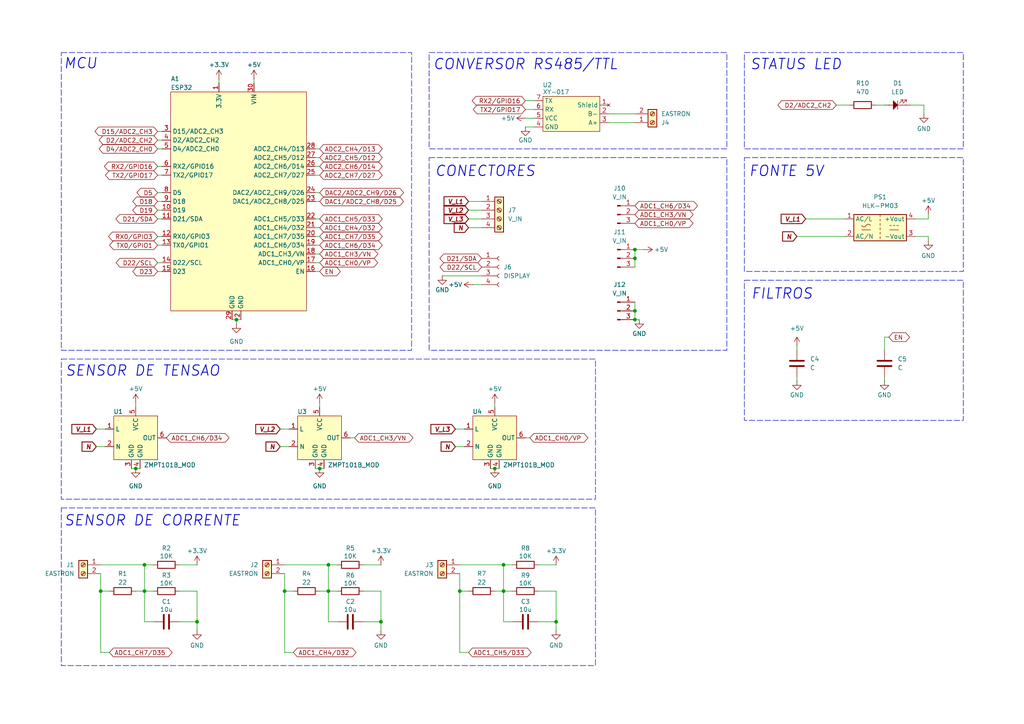
<source format=kicad_sch>
(kicad_sch (version 20231120) (generator "eeschema") (generator_version "8.0")
  (paper "A4")
  (title_block (title "SMART METER") (date "2024-04-11") (rev "1.0") (company "DELTA SOLAR"))
  (lib_symbols
    (symbol "Connector:Conn_01x03_Pin" (pin_names (offset 1.016) hide)
      (property "Reference" "J" (at 0 5.08 0))
      (property "Value" "Conn_01x03_Pin" (at 0 -5.08 0))
      (symbol "Conn_01x03_Pin_1_1"
        (polyline (pts (xy 1.27 -2.54) (xy 0.8636 -2.54)) (stroke (width 0.1524)))
        (polyline (pts (xy 1.27 0) (xy 0.8636 0)) (stroke (width 0.1524)))
        (polyline (pts (xy 1.27 2.54) (xy 0.8636 2.54)) (stroke (width 0.1524)))
        (rectangle (start 0.8636 -2.413) (end 0 -2.667) (stroke (width 0.1524)) (fill (type outline)))
        (rectangle (start 0.8636 0.127) (end 0 -0.127) (stroke (width 0.1524)) (fill (type outline)))
        (rectangle (start 0.8636 2.667) (end 0 2.413) (stroke (width 0.1524)) (fill (type outline)))
        (pin passive line (at 5.08 2.54 180) (length 3.81) (name "Pin_1") (number "1"))
        (pin passive line (at 5.08 0 180) (length 3.81) (name "Pin_2") (number "2"))
        (pin passive line (at 5.08 -2.54 180) (length 3.81) (name "Pin_3") (number "3"))
      )
    )
    (symbol "Connector:Conn_01x04_Socket" (pin_names (offset 1.016) hide)
      (property "Reference" "J" (at 0 5.08 0))
      (property "Value" "Conn_01x04_Socket" (at 0 -7.62 0))
      (symbol "Conn_01x04_Socket_1_1"
        (arc (start 0 -4.572) (mid -0.5058 -5.08) (end 0 -5.588) (stroke (width 0.1524)))
        (arc (start 0 -2.032) (mid -0.5058 -2.54) (end 0 -3.048) (stroke (width 0.1524)))
        (polyline (pts (xy -1.27 -5.08) (xy -0.508 -5.08)) (stroke (width 0.1524)))
        (polyline (pts (xy -1.27 -2.54) (xy -0.508 -2.54)) (stroke (width 0.1524)))
        (polyline (pts (xy -1.27 0) (xy -0.508 0)) (stroke (width 0.1524)))
        (polyline (pts (xy -1.27 2.54) (xy -0.508 2.54)) (stroke (width 0.1524)))
        (arc (start 0 0.508) (mid -0.5058 0) (end 0 -0.508) (stroke (width 0.1524)))
        (arc (start 0 3.048) (mid -0.5058 2.54) (end 0 2.032) (stroke (width 0.1524)))
        (pin passive line (at -5.08 2.54 0) (length 3.81) (name "Pin_1") (number "1"))
        (pin passive line (at -5.08 0 0) (length 3.81) (name "Pin_2") (number "2"))
        (pin passive line (at -5.08 -2.54 0) (length 3.81) (name "Pin_3") (number "3"))
        (pin passive line (at -5.08 -5.08 0) (length 3.81) (name "Pin_4") (number "4"))
      )
    )
    (symbol "Connector:Screw_Terminal_01x02" (pin_names (offset 1.016) hide)
      (property "Reference" "J" (at 0 2.54 0))
      (property "Value" "Screw_Terminal_01x02" (at 0 -5.08 0))
      (symbol "Screw_Terminal_01x02_1_1"
        (rectangle (start -1.27 1.27) (end 1.27 -3.81) (stroke (width 0.254)) (fill (type background)))
        (circle (center 0 -2.54) (radius 0.635) (stroke (width 0.1524)))
        (polyline (pts (xy -0.5334 -2.2098) (xy 0.3302 -3.048)) (stroke (width 0.1524)))
        (polyline (pts (xy -0.5334 0.3302) (xy 0.3302 -0.508)) (stroke (width 0.1524)))
        (polyline (pts (xy -0.3556 -2.032) (xy 0.508 -2.8702)) (stroke (width 0.1524)))
        (polyline (pts (xy -0.3556 0.508) (xy 0.508 -0.3302)) (stroke (width 0.1524)))
        (circle (center 0 0) (radius 0.635) (stroke (width 0.1524)))
        (pin passive line (at -5.08 0 0) (length 3.81) (name "Pin_1") (number "1"))
        (pin passive line (at -5.08 -2.54 0) (length 3.81) (name "Pin_2") (number "2"))
      )
    )
    (symbol "Connector:Screw_Terminal_01x04" (pin_names (offset 1.016) hide)
      (property "Reference" "J" (at 0 5.08 0))
      (property "Value" "Screw_Terminal_01x04" (at 0 -7.62 0))
      (symbol "Screw_Terminal_01x04_1_1"
        (rectangle (start -1.27 3.81) (end 1.27 -6.35) (stroke (width 0.254)) (fill (type background)))
        (circle (center 0 -5.08) (radius 0.635) (stroke (width 0.1524)))
        (circle (center 0 -2.54) (radius 0.635) (stroke (width 0.1524)))
        (polyline (pts (xy -0.5334 -4.7498) (xy 0.3302 -5.588)) (stroke (width 0.1524)))
        (polyline (pts (xy -0.5334 -2.2098) (xy 0.3302 -3.048)) (stroke (width 0.1524)))
        (polyline (pts (xy -0.5334 0.3302) (xy 0.3302 -0.508)) (stroke (width 0.1524)))
        (polyline (pts (xy -0.5334 2.8702) (xy 0.3302 2.032)) (stroke (width 0.1524)))
        (polyline (pts (xy -0.3556 -4.572) (xy 0.508 -5.4102)) (stroke (width 0.1524)))
        (polyline (pts (xy -0.3556 -2.032) (xy 0.508 -2.8702)) (stroke (width 0.1524)))
        (polyline (pts (xy -0.3556 0.508) (xy 0.508 -0.3302)) (stroke (width 0.1524)))
        (polyline (pts (xy -0.3556 3.048) (xy 0.508 2.2098)) (stroke (width 0.1524)))
        (circle (center 0 0) (radius 0.635) (stroke (width 0.1524)))
        (circle (center 0 2.54) (radius 0.635) (stroke (width 0.1524)))
        (pin passive line (at -5.08 2.54 0) (length 3.81) (name "Pin_1") (number "1"))
        (pin passive line (at -5.08 0 0) (length 3.81) (name "Pin_2") (number "2"))
        (pin passive line (at -5.08 -2.54 0) (length 3.81) (name "Pin_3") (number "3"))
        (pin passive line (at -5.08 -5.08 0) (length 3.81) (name "Pin_4") (number "4"))
      )
    )
    (symbol "Converter_ACDC:HLK-PM03"
      (property "Reference" "PS" (at 0 5.08 0))
      (property "Value" "HLK-PM03" (at 0 -5.08 0))
      (symbol "HLK-PM03_0_1"
        (rectangle (start -7.62 3.81) (end 7.62 -3.81) (stroke (width 0.254)) (fill (type background)))
        (arc (start -5.334 0.635) (mid -4.699 0.2495) (end -4.064 0.635))
        (arc (start -2.794 0.635) (mid -3.429 1.0072) (end -4.064 0.635))
        (polyline (pts (xy -5.334 -0.635) (xy -2.794 -0.635)))
        (polyline (pts (xy 0 -2.54) (xy 0 -3.175)))
        (polyline (pts (xy 0 -1.27) (xy 0 -1.905)))
        (polyline (pts (xy 0 0) (xy 0 -0.635)))
        (polyline (pts (xy 0 1.27) (xy 0 0.635)))
        (polyline (pts (xy 0 2.54) (xy 0 1.905)))
        (polyline (pts (xy 0 3.81) (xy 0 3.175)))
        (polyline (pts (xy 2.794 -0.635) (xy 5.334 -0.635)))
        (polyline (pts (xy 2.794 0.635) (xy 3.302 0.635)))
        (polyline (pts (xy 3.81 0.635) (xy 4.318 0.635)))
        (polyline (pts (xy 4.826 0.635) (xy 5.334 0.635)))
      )
      (symbol "HLK-PM03_1_1"
        (pin power_in line (at -10.16 2.54 0) (length 2.54) (name "AC/L") (number "1"))
        (pin power_in line (at -10.16 -2.54 0) (length 2.54) (name "AC/N") (number "2"))
        (pin power_out line (at 10.16 -2.54 180) (length 2.54) (name "-Vout") (number "3"))
        (pin power_out line (at 10.16 2.54 180) (length 2.54) (name "+Vout") (number "4"))
      )
    )
    (symbol "Device:C" (pin_numbers hide) (pin_names (offset 0.254))
      (property "Reference" "C" (at 0.635 2.54 0))
      (property "Value" "C" (at 0.635 -2.54 0))
      (symbol "C_0_1"
        (polyline (pts (xy -2.032 -0.762) (xy 2.032 -0.762)) (stroke (width 0.508)))
        (polyline (pts (xy -2.032 0.762) (xy 2.032 0.762)) (stroke (width 0.508)))
      )
      (symbol "C_1_1"
        (pin passive line (at 0 3.81 270) (length 2.794) (name "~") (number "1"))
        (pin passive line (at 0 -3.81 90) (length 2.794) (name "~") (number "2"))
      )
    )
    (symbol "Device:R" (pin_numbers hide) (pin_names (offset 0))
      (property "Reference" "R" (at 2.032 0 90))
      (property "Value" "R" (at 0 0 90))
      (symbol "R_0_1"
        (rectangle (start -1.016 -2.54) (end 1.016 2.54) (stroke (width 0.254)))
      )
      (symbol "R_1_1"
        (pin passive line (at 0 3.81 270) (length 1.27) (name "~") (number "1"))
        (pin passive line (at 0 -3.81 90) (length 1.27) (name "~") (number "2"))
      )
    )
    (symbol "Modules:XY-017"
      (property "Reference" "U" (at -5.334 1.27 0))
      (symbol "XY-017_1_1"
        (rectangle (start -6.35 1.27) (end 10.16 -8.89) (fill (type background)))
        (pin no_connect line (at -8.89 -1.27 0) (length 2.54) (name "Shield") (number "1"))
        (pin bidirectional line (at -8.89 -3.81 0) (length 2.54) (name "B-") (number "2"))
        (pin bidirectional line (at -8.89 -6.35 0) (length 2.54) (name "A+") (number "3"))
        (pin power_in line (at 12.7 -7.62 180) (length 2.54) (name "GND") (number "4"))
        (pin power_in line (at 12.7 -5.08 180) (length 2.54) (name "VCC") (number "5"))
        (pin bidirectional line (at 12.7 -2.54 180) (length 2.54) (name "RX") (number "6"))
        (pin bidirectional line (at 12.7 0 180) (length 2.54) (name "TX") (number "7"))
      )
    )
    (symbol "Modules:ZMPT101B_MOD"
      (property "Reference" "U2" (at -5.334 7.62 0))
      (property "Value" "ZMPT101B_MOD" (at 10.16 -7.874 0))
      (symbol "ZMPT101B_MOD_0_1"
        (rectangle (start -6.35 6.35) (end 6.35 -6.35) (fill (type background)))
        (rectangle (start -5.08 5.08) (end -5.08 5.08))
      )
      (symbol "ZMPT101B_MOD_1_1"
        (pin input line (at -8.89 2.54 0) (length 2.54) (name "L") (number "1"))
        (pin input line (at -8.89 -2.54 0) (length 2.54) (name "N") (number "2"))
        (pin input line (at -1.27 -8.89 90) (length 2.54) (name "GND") (number "3"))
        (pin input line (at 1.27 -8.89 90) (length 2.54) (name "GND") (number "4"))
        (pin input line (at 0 8.89 270) (length 2.54) (name "VCC") (number "5"))
        (pin input line (at 8.89 0 180) (length 2.54) (name "OUT") (number "6"))
      )
    )
    (symbol "PCM_SL_Development_Board:ESP32_DevKit_V1_DOIT_30GPIOs"
      (property "Reference" "A1" (at -19.304 37.084 0))
      (property "Value" "ESP32" (at -19.304 34.544 0))
      (symbol "ESP32_DevKit_V1_DOIT_30GPIOs_0_1"
        (rectangle (start -19.05 33.02) (end 20.32 -30.48) (fill (type background)))
      )
      (symbol "ESP32_DevKit_V1_DOIT_30GPIOs_1_1"
        (pin power_in line (at -5.08 35.56 270) (length 2.54) (name "3.3V") (number "1"))
        (pin bidirectional line (at -21.59 -1.27 0) (length 2.54) (name "D19") (number "10"))
        (pin bidirectional line (at -21.59 -3.81 0) (length 2.54) (name "D21/SDA") (number "11"))
        (pin bidirectional line (at -21.59 -8.89 0) (length 2.54) (name "RX0/GPIO3") (number "12"))
        (pin bidirectional line (at -21.59 -11.43 0) (length 2.54) (name "TX0/GPIO1") (number "13"))
        (pin bidirectional line (at -21.59 -16.51 0) (length 2.54) (name "D22/SCL") (number "14"))
        (pin bidirectional line (at -21.59 -19.05 0) (length 2.54) (name "D23") (number "15"))
        (pin bidirectional line (at 22.86 -19.05 180) (length 2.54) (name "EN") (number "16"))
        (pin bidirectional line (at 22.86 -16.51 180) (length 2.54) (name "ADC1_CH0/VP") (number "17"))
        (pin bidirectional line (at 22.86 -13.97 180) (length 2.54) (name "ADC1_CH3/VN") (number "18"))
        (pin bidirectional line (at 22.86 -11.43 180) (length 2.54) (name "ADC1_CH6/D34") (number "19"))
        (pin power_in line (at 1.27 -33.02 90) (length 2.54) (name "GND") (number "2"))
        (pin bidirectional line (at 22.86 -8.89 180) (length 2.54) (name "ADC1_CH7/D35") (number "20"))
        (pin bidirectional line (at 22.86 -6.35 180) (length 2.54) (name "ADC1_CH4/D32") (number "21"))
        (pin bidirectional line (at 22.86 -3.81 180) (length 2.54) (name "ADC1_CH5/D33") (number "22"))
        (pin bidirectional line (at 22.86 1.27 180) (length 2.54) (name "DAC1/ADC2_CH8/D25") (number "23"))
        (pin bidirectional line (at 22.86 3.81 180) (length 2.54) (name "DAC2/ADC2_CH9/D26") (number "24"))
        (pin bidirectional line (at 22.86 8.89 180) (length 2.54) (name "ADC2_CH7/D27") (number "25"))
        (pin bidirectional line (at 22.86 11.43 180) (length 2.54) (name "ADC2_CH6/D14") (number "26"))
        (pin bidirectional line (at 22.86 13.97 180) (length 2.54) (name "ADC2_CH5/D12") (number "27"))
        (pin bidirectional line (at 22.86 16.51 180) (length 2.54) (name "ADC2_CH4/D13") (number "28"))
        (pin power_in line (at -1.27 -33.02 90) (length 2.54) (name "GND") (number "29"))
        (pin bidirectional line (at -21.59 21.59 0) (length 2.54) (name "D15/ADC2_CH3") (number "3"))
        (pin power_in line (at 5.08 35.56 270) (length 2.54) (name "VIN") (number "30"))
        (pin bidirectional line (at -21.59 19.05 0) (length 2.54) (name "D2/ADC2_CH2") (number "4"))
        (pin bidirectional line (at -21.59 16.51 0) (length 2.54) (name "D4/ADC2_CH0") (number "5"))
        (pin bidirectional line (at -21.59 11.43 0) (length 2.54) (name "RX2/GPIO16") (number "6"))
        (pin bidirectional line (at -21.59 8.89 0) (length 2.54) (name "TX2/GPIO17") (number "7"))
        (pin bidirectional line (at -21.59 3.81 0) (length 2.54) (name "D5") (number "8"))
        (pin bidirectional line (at -21.59 1.27 0) (length 2.54) (name "D18") (number "9"))
      )
    )
    (symbol "PCM_SL_Devices:LED"
      (property "Reference" "D" (at -0.508 5.334 0))
      (property "Value" "LED" (at -0.508 2.794 0))
      (symbol "LED_0_1"
        (polyline (pts (xy -1.27 0) (xy -2.54 0)))
        (polyline (pts (xy 0 1.27) (xy 0 -1.27)))
        (polyline (pts (xy 0.508 0.508) (xy 1.524 1.524)))
        (polyline (pts (xy 1.27 0) (xy 2.54 0)))
        (polyline (pts (xy 1.524 0.508) (xy 2.54 1.524)))
        (polyline (pts (xy 1.524 1.524) (xy 0.889 1.524)))
        (polyline (pts (xy 1.524 1.524) (xy 1.524 0.889)))
        (polyline (pts (xy 2.54 1.524) (xy 1.905 1.524)))
        (polyline (pts (xy 2.54 1.524) (xy 2.54 0.889)))
        (polyline (pts (xy 0 0) (xy -1.27 -1.27) (xy -1.27 1.27) (xy 0 0) (xy 1.27 0)) (fill (type outline)))
      )
      (symbol "LED_1_1"
        (pin passive line (at 3.81 0 180) (length 1.5) (name "~") (number "1"))
        (pin passive line (at -3.81 0 0) (length 1.5) (name "") (number "2"))
      )
    )
    (symbol "power:+3.3V" (power) (pin_numbers hide) (pin_names (offset 0) hide)
      (property "Value" "+3.3V" (at 0 3.556 0))
      (symbol "+3.3V_0_1"
        (polyline (pts (xy -0.762 1.27) (xy 0 2.54)))
        (polyline (pts (xy 0 0) (xy 0 2.54)))
        (polyline (pts (xy 0 2.54) (xy 0.762 1.27)))
      )
      (symbol "+3.3V_1_1"
        (pin power_in line (at 0 0 90) (length 0) (name "~") (number "1"))
      )
    )
    (symbol "power:+5V" (power) (pin_numbers hide) (pin_names (offset 0) hide)
      (property "Value" "+5V" (at 0 3.556 0))
      (symbol "+5V_0_1"
        (polyline (pts (xy -0.762 1.27) (xy 0 2.54)))
        (polyline (pts (xy 0 0) (xy 0 2.54)))
        (polyline (pts (xy 0 2.54) (xy 0.762 1.27)))
      )
      (symbol "+5V_1_1"
        (pin power_in line (at 0 0 90) (length 0) (name "~") (number "1"))
      )
    )
    (symbol "power:GND" (power) (pin_numbers hide) (pin_names (offset 0) hide)
      (property "Value" "GND" (at 0 -3.81 0))
      (symbol "GND_0_1"
        (polyline (pts (xy 0 0) (xy 0 -1.27) (xy 1.27 -1.27) (xy 0 -2.54) (xy -1.27 -1.27) (xy 0 -1.27)))
      )
      (symbol "GND_1_1"
        (pin power_in line (at 0 0 270) (length 0) (name "~") (number "1"))
      )
    )
  )
  (junction (at 184.15 92.71))
  (junction (at 92.71 135.89))
  (junction (at 29.21 171.45))
  (junction (at 82.55 171.45))
  (junction (at 110.49 180.34))
  (junction (at 161.29 180.34))
  (junction (at 184.15 74.93))
  (junction (at 133.35 171.45))
  (junction (at 146.05 171.45))
  (junction (at 184.15 90.17))
  (junction (at 95.25 171.45))
  (junction (at 68.58 92.71))
  (junction (at 184.15 72.39))
  (junction (at 39.37 135.89))
  (junction (at 95.25 163.83))
  (junction (at 146.05 163.83))
  (junction (at 57.15 180.34))
  (junction (at 143.51 135.89))
  (junction (at 41.91 171.45))
  (junction (at 41.91 163.83))
  (wire (pts (xy 128.27 80.01) (xy 139.7 80.01)))
  (wire (pts (xy 256.54 97.79) (xy 257.81 97.79)))
  (wire (pts (xy 92.71 68.58) (xy 91.44 68.58)))
  (wire (pts (xy 135.89 189.23) (xy 133.35 189.23)))
  (wire (pts (xy 45.72 78.74) (xy 46.99 78.74)))
  (wire (pts (xy 97.79 171.45) (xy 95.25 171.45)))
  (wire (pts (xy 176.53 33.02) (xy 184.15 33.02)))
  (wire (pts (xy 92.71 50.8) (xy 91.44 50.8)))
  (wire (pts (xy 133.35 163.83) (xy 146.05 163.83)))
  (wire (pts (xy 92.71 76.2) (xy 91.44 76.2)))
  (wire (pts (xy 45.72 38.1) (xy 46.99 38.1)))
  (wire (pts (xy 156.21 180.34) (xy 161.29 180.34)))
  (wire (pts (xy 139.7 63.5) (xy 135.89 63.5)))
  (wire (pts (xy 142.24 135.89) (xy 143.51 135.89)))
  (wire (pts (xy 68.58 93.98) (xy 68.58 92.71)))
  (wire (pts (xy 82.55 189.23) (xy 82.55 171.45)))
  (wire (pts (xy 44.45 171.45) (xy 41.91 171.45)))
  (wire (pts (xy 92.71 63.5) (xy 91.44 63.5)))
  (wire (pts (xy 45.72 55.88) (xy 46.99 55.88)))
  (wire (pts (xy 161.29 182.88) (xy 161.29 180.34)))
  (wire (pts (xy 269.24 68.58) (xy 269.24 69.85)))
  (wire (pts (xy 105.41 180.34) (xy 110.49 180.34)))
  (wire (pts (xy 95.25 171.45) (xy 95.25 163.83)))
  (wire (pts (xy 45.72 43.18) (xy 46.99 43.18)))
  (wire (pts (xy 152.4 29.21) (xy 154.94 29.21)))
  (wire (pts (xy 81.28 129.54) (xy 83.82 129.54)))
  (wire (pts (xy 82.55 163.83) (xy 95.25 163.83)))
  (wire (pts (xy 45.72 48.26) (xy 46.99 48.26)))
  (wire (pts (xy 153.67 127) (xy 152.4 127)))
  (wire (pts (xy 92.71 171.45) (xy 95.25 171.45)))
  (wire (pts (xy 92.71 78.74) (xy 91.44 78.74)))
  (wire (pts (xy 63.5 22.86) (xy 63.5 24.13)))
  (wire (pts (xy 45.72 71.12) (xy 46.99 71.12)))
  (wire (pts (xy 132.08 129.54) (xy 134.62 129.54)))
  (wire (pts (xy 41.91 180.34) (xy 41.91 171.45)))
  (wire (pts (xy 92.71 135.89) (xy 93.98 135.89)))
  (wire (pts (xy 267.97 30.48) (xy 267.97 33.02)))
  (wire (pts (xy 41.91 171.45) (xy 41.91 163.83)))
  (wire (pts (xy 92.71 48.26) (xy 91.44 48.26)))
  (wire (pts (xy 133.35 189.23) (xy 133.35 171.45)))
  (wire (pts (xy 57.15 171.45) (xy 57.15 180.34)))
  (wire (pts (xy 73.66 22.86) (xy 73.66 24.13)))
  (wire (pts (xy 146.05 171.45) (xy 146.05 163.83)))
  (wire (pts (xy 29.21 163.83) (xy 41.91 163.83)))
  (wire (pts (xy 148.59 163.83) (xy 146.05 163.83)))
  (wire (pts (xy 91.44 135.89) (xy 92.71 135.89)))
  (wire (pts (xy 184.15 74.93) (xy 184.15 77.47)))
  (wire (pts (xy 139.7 66.04) (xy 135.89 66.04)))
  (wire (pts (xy 92.71 116.84) (xy 92.71 118.11)))
  (wire (pts (xy 152.4 31.75) (xy 154.94 31.75)))
  (wire (pts (xy 92.71 43.18) (xy 91.44 43.18)))
  (wire (pts (xy 231.14 68.58) (xy 245.11 68.58)))
  (wire (pts (xy 102.87 127) (xy 101.6 127)))
  (wire (pts (xy 110.49 171.45) (xy 110.49 180.34)))
  (wire (pts (xy 52.07 180.34) (xy 57.15 180.34)))
  (wire (pts (xy 161.29 171.45) (xy 161.29 180.34)))
  (wire (pts (xy 92.71 71.12) (xy 91.44 71.12)))
  (wire (pts (xy 85.09 189.23) (xy 82.55 189.23)))
  (wire (pts (xy 143.51 116.84) (xy 143.51 118.11)))
  (wire (pts (xy 233.68 63.5) (xy 245.11 63.5)))
  (wire (pts (xy 68.58 92.71) (xy 67.31 92.71)))
  (wire (pts (xy 57.15 182.88) (xy 57.15 180.34)))
  (wire (pts (xy 97.79 180.34) (xy 95.25 180.34)))
  (wire (pts (xy 92.71 66.04) (xy 91.44 66.04)))
  (wire (pts (xy 29.21 171.45) (xy 31.75 171.45)))
  (wire (pts (xy 139.7 60.96) (xy 135.89 60.96)))
  (wire (pts (xy 148.59 171.45) (xy 146.05 171.45)))
  (wire (pts (xy 137.16 82.55) (xy 139.7 82.55)))
  (wire (pts (xy 184.15 72.39) (xy 184.15 74.93)))
  (wire (pts (xy 105.41 163.83) (xy 110.49 163.83)))
  (wire (pts (xy 45.72 50.8) (xy 46.99 50.8)))
  (wire (pts (xy 133.35 171.45) (xy 135.89 171.45)))
  (wire (pts (xy 148.59 180.34) (xy 146.05 180.34)))
  (wire (pts (xy 246.38 30.48) (xy 242.57 30.48)))
  (wire (pts (xy 97.79 163.83) (xy 95.25 163.83)))
  (wire (pts (xy 231.14 110.49) (xy 231.14 109.22)))
  (wire (pts (xy 45.72 58.42) (xy 46.99 58.42)))
  (wire (pts (xy 184.15 87.63) (xy 184.15 90.17)))
  (wire (pts (xy 57.15 171.45) (xy 52.07 171.45)))
  (wire (pts (xy 269.24 63.5) (xy 269.24 62.23)))
  (wire (pts (xy 82.55 171.45) (xy 85.09 171.45)))
  (wire (pts (xy 92.71 73.66) (xy 91.44 73.66)))
  (wire (pts (xy 156.21 163.83) (xy 161.29 163.83)))
  (wire (pts (xy 45.72 68.58) (xy 46.99 68.58)))
  (wire (pts (xy 29.21 189.23) (xy 29.21 171.45)))
  (wire (pts (xy 44.45 163.83) (xy 41.91 163.83)))
  (wire (pts (xy 152.4 34.29) (xy 154.94 34.29)))
  (wire (pts (xy 265.43 63.5) (xy 269.24 63.5)))
  (wire (pts (xy 38.1 135.89) (xy 39.37 135.89)))
  (wire (pts (xy 31.75 189.23) (xy 29.21 189.23)))
  (wire (pts (xy 39.37 135.89) (xy 40.64 135.89)))
  (wire (pts (xy 139.7 58.42) (xy 135.89 58.42)))
  (wire (pts (xy 254 30.48) (xy 256.54 30.48)))
  (wire (pts (xy 133.35 166.37) (xy 133.35 171.45)))
  (wire (pts (xy 52.07 163.83) (xy 57.15 163.83)))
  (wire (pts (xy 27.94 124.46) (xy 30.48 124.46)))
  (wire (pts (xy 92.71 55.88) (xy 91.44 55.88)))
  (wire (pts (xy 45.72 40.64) (xy 46.99 40.64)))
  (wire (pts (xy 265.43 68.58) (xy 269.24 68.58)))
  (wire (pts (xy 92.71 58.42) (xy 91.44 58.42)))
  (wire (pts (xy 45.72 60.96) (xy 46.99 60.96)))
  (wire (pts (xy 110.49 171.45) (xy 105.41 171.45)))
  (wire (pts (xy 161.29 171.45) (xy 156.21 171.45)))
  (wire (pts (xy 184.15 92.71) (xy 185.42 92.71)))
  (wire (pts (xy 256.54 110.49) (xy 256.54 109.22)))
  (wire (pts (xy 39.37 171.45) (xy 41.91 171.45)))
  (wire (pts (xy 146.05 180.34) (xy 146.05 171.45)))
  (wire (pts (xy 143.51 135.89) (xy 144.78 135.89)))
  (wire (pts (xy 44.45 180.34) (xy 41.91 180.34)))
  (wire (pts (xy 264.16 30.48) (xy 267.97 30.48)))
  (wire (pts (xy 29.21 166.37) (xy 29.21 171.45)))
  (wire (pts (xy 256.54 101.6) (xy 256.54 97.79)))
  (wire (pts (xy 152.4 36.83) (xy 154.94 36.83)))
  (wire (pts (xy 27.94 129.54) (xy 30.48 129.54)))
  (wire (pts (xy 231.14 100.33) (xy 231.14 101.6)))
  (wire (pts (xy 82.55 166.37) (xy 82.55 171.45)))
  (wire (pts (xy 176.53 35.56) (xy 184.15 35.56)))
  (wire (pts (xy 68.58 92.71) (xy 69.85 92.71)))
  (wire (pts (xy 81.28 124.46) (xy 83.82 124.46)))
  (wire (pts (xy 132.08 124.46) (xy 134.62 124.46)))
  (wire (pts (xy 95.25 180.34) (xy 95.25 171.45)))
  (wire (pts (xy 45.72 76.2) (xy 46.99 76.2)))
  (wire (pts (xy 110.49 182.88) (xy 110.49 180.34)))
  (wire (pts (xy 143.51 171.45) (xy 146.05 171.45)))
  (wire (pts (xy 92.71 45.72) (xy 91.44 45.72)))
  (wire (pts (xy 184.15 72.39) (xy 186.69 72.39)))
  (wire (pts (xy 184.15 90.17) (xy 184.15 92.71)))
  (wire (pts (xy 45.72 63.5) (xy 46.99 63.5)))
  (wire (pts (xy 39.37 116.84) (xy 39.37 118.11)))
  (rectangle (start 124.46 45.72) (end 210.82 101.6) (stroke (width 0) (type dash)))
  (rectangle (start 17.78 15.24) (end 119.38 101.6) (stroke (width 0) (type dash)))
  (rectangle (start 17.78 104.14) (end 172.72 144.78) (stroke (width 0) (type dash)))
  (rectangle (start 215.9 45.72) (end 279.4 78.74) (stroke (width 0) (type dash)))
  (rectangle (start 215.9 81.28) (end 279.4 121.92) (stroke (width 0) (type dash)))
  (rectangle (start 17.78 147.32) (end 172.72 193.04) (stroke (width 0) (type dash)))
  (rectangle (start 215.9 15.24) (end 279.4 43.18) (stroke (width 0) (type dash)))
  (rectangle (start 124.46 15.24) (end 210.82 43.18) (stroke (width 0) (type dash)))
  (text "FILTROS\n" (at 226.822 85.344 0) (effects (font (size 3 3) (thickness 0.254) (bold yes) (italic yes))))
  (text "SENSOR DE CORRENTE" (at 44.196 151.13 0) (effects (font (size 3 3) (thickness 0.254) (bold yes) (italic yes))))
  (text "STATUS LED\n" (at 230.886 18.796 0) (effects (font (size 3 3) (thickness 0.254) (bold yes) (italic yes))))
  (text "CONECTORES" (at 140.716 49.784 0) (effects (font (size 3 3) (thickness 0.254) (bold yes) (italic yes))))
  (text "FONTE 5V" (at 228.092 49.784 0) (effects (font (size 3 3) (thickness 0.254) (bold yes) (italic yes))))
  (text "SENSOR DE TENSAO\n" (at 41.402 107.696 0) (effects (font (size 3 3) (thickness 0.254) (bold yes) (italic yes))))
  (text "CONVERSOR RS485/TTL\n" (at 152.4 18.796 0) (effects (font (size 3 3) (thickness 0.254) (bold yes) (italic yes))))
  (text "MCU" (at 23.368 18.542 0) (effects (font (size 3 3) (thickness 0.254) (bold yes) (italic yes))))
  (global_label "ADC2_CH6/D14" (shape bidirectional) (at 92.71 48.26 0) (property "Intersheetrefs" "${INTERSHEET_REFS}" (effects (hide yes))))
  (global_label "ADC1_CH3/VN" (shape bidirectional) (at 102.87 127 0) (property "Intersheetrefs" "${INTERSHEET_REFS}" (effects (hide yes))))
  (global_label "ADC1_CH4/D32" (shape bidirectional) (at 85.09 189.23 0) (property "Intersheetrefs" "${INTERSHEET_REFS}" (effects (hide yes))))
  (global_label "N" (shape input) (at 231.14 68.58 180) (effects (font (bold yes) (italic yes))) (property "Intersheetrefs" "${INTERSHEET_REFS}" (effects (hide yes))))
  (global_label "ADC1_CH5/D33" (shape bidirectional) (at 135.89 189.23 0) (property "Intersheetrefs" "${INTERSHEET_REFS}" (effects (hide yes))))
  (global_label "ADC1_CH0/VP" (shape bidirectional) (at 92.71 76.2 0) (property "Intersheetrefs" "${INTERSHEET_REFS}" (effects (hide yes))))
  (global_label "D22/SCL" (shape bidirectional) (at 45.72 76.2 180) (property "Intersheetrefs" "${INTERSHEET_REFS}" (effects (hide yes))))
  (global_label "ADC1_CH0/VP" (shape bidirectional) (at 153.67 127 0) (property "Intersheetrefs" "${INTERSHEET_REFS}" (effects (hide yes))))
  (global_label "D22/SCL" (shape bidirectional) (at 139.7 77.47 180) (property "Intersheetrefs" "${INTERSHEET_REFS}" (effects (hide yes))))
  (global_label "V_L1" (shape input) (at 135.89 58.42 180) (effects (font (bold yes) (italic yes))) (property "Intersheetrefs" "${INTERSHEET_REFS}" (effects (hide yes))))
  (global_label "N" (shape input) (at 81.28 129.54 180) (effects (font (bold yes) (italic yes))) (property "Intersheetrefs" "${INTERSHEET_REFS}" (effects (hide yes))))
  (global_label "RX0/GPIO3" (shape bidirectional) (at 45.72 68.58 180) (property "Intersheetrefs" "${INTERSHEET_REFS}" (effects (hide yes))))
  (global_label "V_L1" (shape input) (at 233.68 63.5 180) (effects (font (bold yes) (italic yes))) (property "Intersheetrefs" "${INTERSHEET_REFS}" (effects (hide yes))))
  (global_label "ADC1_CH6/D34" (shape bidirectional) (at 92.71 71.12 0) (property "Intersheetrefs" "${INTERSHEET_REFS}" (effects (hide yes))))
  (global_label "ADC2_CH5/D12" (shape bidirectional) (at 92.71 45.72 0) (property "Intersheetrefs" "${INTERSHEET_REFS}" (effects (hide yes))))
  (global_label "ADC1_CH5/D33" (shape bidirectional) (at 92.71 63.5 0) (property "Intersheetrefs" "${INTERSHEET_REFS}" (effects (hide yes))))
  (global_label "D21/SDA" (shape bidirectional) (at 139.7 74.93 180) (property "Intersheetrefs" "${INTERSHEET_REFS}" (effects (hide yes))))
  (global_label "V_L3" (shape input) (at 132.08 124.46 180) (effects (font (bold yes) (italic yes))) (property "Intersheetrefs" "${INTERSHEET_REFS}" (effects (hide yes))))
  (global_label "D19" (shape bidirectional) (at 45.72 60.96 180) (property "Intersheetrefs" "${INTERSHEET_REFS}" (effects (hide yes))))
  (global_label "EN" (shape bidirectional) (at 257.81 97.79 0) (property "Intersheetrefs" "${INTERSHEET_REFS}" (effects (hide yes))))
  (global_label "ADC1_CH7/D35" (shape bidirectional) (at 31.75 189.23 0) (property "Intersheetrefs" "${INTERSHEET_REFS}" (effects (hide yes))))
  (global_label "TX0/GPIO1" (shape bidirectional) (at 45.72 71.12 180) (property "Intersheetrefs" "${INTERSHEET_REFS}" (effects (hide yes))))
  (global_label "D4/ADC2_CH0" (shape bidirectional) (at 45.72 43.18 180) (property "Intersheetrefs" "${INTERSHEET_REFS}" (effects (hide yes))))
  (global_label "TX2/GPIO17" (shape bidirectional) (at 45.72 50.8 180) (property "Intersheetrefs" "${INTERSHEET_REFS}" (effects (hide yes))))
  (global_label "ADC1_CH7/D35" (shape bidirectional) (at 92.71 68.58 0) (property "Intersheetrefs" "${INTERSHEET_REFS}" (effects (hide yes))))
  (global_label "D2/ADC2_CH2" (shape bidirectional) (at 45.72 40.64 180) (property "Intersheetrefs" "${INTERSHEET_REFS}" (effects (hide yes))))
  (global_label "D2/ADC2_CH2" (shape bidirectional) (at 242.57 30.48 180) (property "Intersheetrefs" "${INTERSHEET_REFS}" (effects (hide yes))))
  (global_label "ADC1_CH6/D34" (shape bidirectional) (at 184.15 59.69 0) (property "Intersheetrefs" "${INTERSHEET_REFS}" (effects (hide yes))))
  (global_label "V_L2" (shape input) (at 81.28 124.46 180) (effects (font (bold yes) (italic yes))) (property "Intersheetrefs" "${INTERSHEET_REFS}" (effects (hide yes))))
  (global_label "V_L2" (shape input) (at 135.89 60.96 180) (effects (font (bold yes) (italic yes))) (property "Intersheetrefs" "${INTERSHEET_REFS}" (effects (hide yes))))
  (global_label "D18" (shape bidirectional) (at 45.72 58.42 180) (property "Intersheetrefs" "${INTERSHEET_REFS}" (effects (hide yes))))
  (global_label "N" (shape input) (at 132.08 129.54 180) (effects (font (bold yes) (italic yes))) (property "Intersheetrefs" "${INTERSHEET_REFS}" (effects (hide yes))))
  (global_label "EN" (shape bidirectional) (at 92.71 78.74 0) (property "Intersheetrefs" "${INTERSHEET_REFS}" (effects (hide yes))))
  (global_label "N" (shape input) (at 27.94 129.54 180) (effects (font (bold yes) (italic yes))) (property "Intersheetrefs" "${INTERSHEET_REFS}" (effects (hide yes))))
  (global_label "V_L3" (shape input) (at 135.89 63.5 180) (effects (font (bold yes) (italic yes))) (property "Intersheetrefs" "${INTERSHEET_REFS}" (effects (hide yes))))
  (global_label "V_L1" (shape input) (at 27.94 124.46 180) (effects (font (bold yes) (italic yes))) (property "Intersheetrefs" "${INTERSHEET_REFS}" (effects (hide yes))))
  (global_label "D23" (shape bidirectional) (at 45.72 78.74 180) (property "Intersheetrefs" "${INTERSHEET_REFS}" (effects (hide yes))))
  (global_label "ADC1_CH3/VN" (shape bidirectional) (at 92.71 73.66 0) (property "Intersheetrefs" "${INTERSHEET_REFS}" (effects (hide yes))))
  (global_label "D21/SDA" (shape bidirectional) (at 45.72 63.5 180) (property "Intersheetrefs" "${INTERSHEET_REFS}" (effects (hide yes))))
  (global_label "ADC1_CH4/D32" (shape bidirectional) (at 92.71 66.04 0) (property "Intersheetrefs" "${INTERSHEET_REFS}" (effects (hide yes))))
  (global_label "ADC2_CH4/D13" (shape bidirectional) (at 92.71 43.18 0) (property "Intersheetrefs" "${INTERSHEET_REFS}" (effects (hide yes))))
  (global_label "DAC1/ADC2_CH8/D25" (shape bidirectional) (at 92.71 58.42 0) (property "Intersheetrefs" "${INTERSHEET_REFS}" (effects (hide yes))))
  (global_label "D15/ADC2_CH3" (shape bidirectional) (at 45.72 38.1 180) (property "Intersheetrefs" "${INTERSHEET_REFS}" (effects (hide yes))))
  (global_label "RX2/GPIO16" (shape bidirectional) (at 45.72 48.26 180) (property "Intersheetrefs" "${INTERSHEET_REFS}" (effects (hide yes))))
  (global_label "N" (shape input) (at 135.89 66.04 180) (effects (font (bold yes) (italic yes))) (property "Intersheetrefs" "${INTERSHEET_REFS}" (effects (hide yes))))
  (global_label "RX2/GPIO16" (shape bidirectional) (at 152.4 29.21 180) (property "Intersheetrefs" "${INTERSHEET_REFS}" (effects (hide yes))))
  (global_label "ADC1_CH0/VP" (shape bidirectional) (at 184.15 64.77 0) (property "Intersheetrefs" "${INTERSHEET_REFS}" (effects (hide yes))))
  (global_label "ADC1_CH6/D34" (shape bidirectional) (at 48.26 127 0) (property "Intersheetrefs" "${INTERSHEET_REFS}" (effects (hide yes))))
  (global_label "ADC1_CH3/VN" (shape bidirectional) (at 184.15 62.23 0) (property "Intersheetrefs" "${INTERSHEET_REFS}" (effects (hide yes))))
  (global_label "D5" (shape bidirectional) (at 45.72 55.88 180) (property "Intersheetrefs" "${INTERSHEET_REFS}" (effects (hide yes))))
  (global_label "TX2/GPIO17" (shape bidirectional) (at 152.4 31.75 180) (property "Intersheetrefs" "${INTERSHEET_REFS}" (effects (hide yes))))
  (global_label "DAC2/ADC2_CH9/D26" (shape bidirectional) (at 92.71 55.88 0) (property "Intersheetrefs" "${INTERSHEET_REFS}" (effects (hide yes))))
  (global_label "ADC2_CH7/D27" (shape bidirectional) (at 92.71 50.8 0) (property "Intersheetrefs" "${INTERSHEET_REFS}" (effects (hide yes))))
  (symbol (lib_id "power:GND") (at 256.54 110.49 0) (unit 1)
    (property "Reference" "#PWR025" (effects (hide yes)))
    (property "Value" "GND" (at 256.54 114.554 0))
    (property "Description" "Power symbol creates a global label with name \"GND\" , ground" (effects (hide yes)))
  )
  (symbol (lib_id "Connector:Screw_Terminal_01x02") (at 128.27 163.83 0) (mirror y) (unit 1)
    (property "Reference" "J3" (at 125.73 163.8299 0) (effects (justify left)))
    (property "Value" "EASTRON" (at 125.73 166.3699 0) (effects (justify left)))
    (property "Footprint" "TerminalBlock_Phoenix:TerminalBlock_Phoenix_MKDS-1,5-2-5.08_1x02_P5.08mm_Horizontal" (effects (hide yes)))
    (property "Description" "Generic screw terminal, single row, 01x02, script generated (kicad-library-utils/schlib/autogen/connector/)" (effects (hide yes)))
  )
  (symbol (lib_id "Connector:Conn_01x03_Pin") (at 179.07 90.17 0) (unit 1)
    (property "Reference" "J12" (at 179.705 82.55 0))
    (property "Value" "V_IN" (at 179.705 85.09 0))
    (property "Footprint" "Connector_PinHeader_2.54mm:PinHeader_1x03_P2.54mm_Vertical" (effects (hide yes)))
    (property "Description" "Generic connector, single row, 01x03, script generated" (effects (hide yes)))
  )
  (symbol (lib_id "Modules:ZMPT101B_MOD") (at 92.71 127 0) (unit 1)
    (property "Reference" "U3" (at 87.63 119.38 0))
    (property "Value" "ZMPT101B_MOD" (at 102.616 134.874 0))
    (property "Footprint" "Modules_Custom:ZMB101-SIZE" (effects (hide yes)))
  )
  (symbol (lib_id "power:+5V") (at 152.4 34.29 90) (unit 1)
    (property "Reference" "#PWR010" (effects (hide yes)))
    (property "Value" "+5V" (at 147.32 34.29 90))
    (property "Description" "Power symbol creates a global label with name \"+5V\"" (effects (hide yes)))
  )
  (symbol (lib_id "power:GND") (at 185.42 92.71 0) (unit 1)
    (property "Reference" "#PWR030" (effects (hide yes)))
    (property "Value" "GND" (at 185.42 96.774 0))
    (property "Description" "Power symbol creates a global label with name \"GND\" , ground" (effects (hide yes)))
  )
  (symbol (lib_id "power:+5V") (at 92.71 116.84 0) (unit 1)
    (property "Reference" "#PWR017" (effects (hide yes)))
    (property "Value" "+5V" (at 92.71 112.776 0))
    (property "Description" "Power symbol creates a global label with name \"+5V\"" (effects (hide yes)))
  )
  (symbol (lib_id "Connector:Screw_Terminal_01x02") (at 189.23 35.56 0) (mirror x) (unit 1)
    (property "Reference" "J4" (at 191.77 35.5601 0) (effects (justify left)))
    (property "Value" "EASTRON" (at 191.77 33.0201 0) (effects (justify left)))
    (property "Footprint" "TerminalBlock_Phoenix:TerminalBlock_Phoenix_MKDS-1,5-2-5.08_1x02_P5.08mm_Horizontal" (effects (hide yes)))
    (property "Description" "Generic screw terminal, single row, 01x02, script generated (kicad-library-utils/schlib/autogen/connector/)" (effects (hide yes)))
  )
  (symbol (lib_id "Connector:Screw_Terminal_01x04") (at 144.78 60.96 0) (unit 1)
    (property "Reference" "J7" (at 147.32 60.9599 0) (effects (justify left)))
    (property "Value" "V_IN" (at 147.32 63.4999 0) (effects (justify left)))
    (property "Footprint" "TerminalBlock_Phoenix:TerminalBlock_Phoenix_MKDS-1,5-4-5.08_1x04_P5.08mm_Horizontal" (effects (hide yes)))
    (property "Description" "Generic screw terminal, single row, 01x04, script generated (kicad-library-utils/schlib/autogen/connector/)" (effects (hide yes)))
  )
  (symbol (lib_id "Device:R") (at 88.9 171.45 90) (unit 1)
    (property "Reference" "R4" (at 88.9 166.37 90))
    (property "Value" "22" (at 88.9 168.91 90))
    (property "Footprint" "Resistor_THT:R_Axial_DIN0207_L6.3mm_D2.5mm_P10.16mm_Horizontal" (effects (hide yes)))
    (property "Description" "Resistor" (effects (hide yes)))
  )
  (symbol (lib_id "Converter_ACDC:HLK-PM03") (at 255.27 66.04 0) (unit 1)
    (property "Reference" "PS1" (at 255.27 57.15 0))
    (property "Value" "HLK-PM03" (at 255.27 59.69 0))
    (property "Footprint" "Converter_ACDC:Converter_ACDC_Hi-Link_HLK-PMxx" (effects (hide yes)))
    (property "Datasheet" "https://h.hlktech.com/download/ACDC%E7%94%B5%E6%BA%90%E6%A8%A1%E5%9D%973W%E7%B3%BB%E5%88%97/1/%E6%B5%B7%E5%87%8C%E7%A7%913W%E7%B3%BB%E5%88%97%E7%94%B5%E6%BA%90%E6%A8%A1%E5%9D%97%E8%A7%84%E6%A0%BC%E4%B9%A6V2.8.pdf" (effects (hide yes)))
    (property "Description" "Compact AC/DC board mount power module 3W 3V3" (effects (hide yes)))
  )
  (symbol (lib_id "Device:C") (at 48.26 180.34 270) (unit 1)
    (property "Reference" "C1" (at 48.26 174.498 90))
    (property "Value" "10u" (at 48.26 176.784 90))
    (property "Footprint" "Capacitor_THT:C_Radial_D5.0mm_H11.0mm_P2.00mm" (effects (hide yes)))
    (property "Description" "Unpolarized capacitor" (effects (hide yes)))
  )
  (symbol (lib_id "Connector:Conn_01x03_Pin") (at 179.07 62.23 0) (unit 1)
    (property "Reference" "J10" (at 179.705 54.61 0))
    (property "Value" "V_IN" (at 179.705 57.15 0))
    (property "Footprint" "Connector_PinHeader_2.54mm:PinHeader_1x03_P2.54mm_Vertical" (effects (hide yes)))
    (property "Description" "Generic connector, single row, 01x03, script generated" (effects (hide yes)))
  )
  (symbol (lib_id "Device:R") (at 152.4 171.45 90) (unit 1)
    (property "Reference" "R9" (at 152.4 166.878 90))
    (property "Value" "10K" (at 152.4 169.164 90))
    (property "Footprint" "Resistor_THT:R_Axial_DIN0207_L6.3mm_D2.5mm_P10.16mm_Horizontal" (effects (hide yes)))
    (property "Description" "Resistor" (effects (hide yes)))
  )
  (symbol (lib_id "Device:C") (at 152.4 180.34 270) (unit 1)
    (property "Reference" "C3" (at 152.4 174.498 90))
    (property "Value" "10u" (at 152.4 176.784 90))
    (property "Footprint" "Capacitor_THT:C_Radial_D5.0mm_H11.0mm_P2.00mm" (effects (hide yes)))
    (property "Description" "Unpolarized capacitor" (effects (hide yes)))
  )
  (symbol (lib_id "power:+5V") (at 137.16 82.55 90) (unit 1)
    (property "Reference" "#PWR021" (effects (hide yes)))
    (property "Value" "+5V" (at 132.08 82.55 90))
    (property "Description" "Power symbol creates a global label with name \"+5V\"" (effects (hide yes)))
  )
  (symbol (lib_id "Device:R") (at 48.26 171.45 90) (unit 1)
    (property "Reference" "R3" (at 48.26 166.878 90))
    (property "Value" "10K" (at 48.26 169.164 90))
    (property "Footprint" "Resistor_THT:R_Axial_DIN0207_L6.3mm_D2.5mm_P10.16mm_Horizontal" (effects (hide yes)))
    (property "Description" "Resistor" (effects (hide yes)))
  )
  (symbol (lib_id "power:+5V") (at 39.37 116.84 0) (unit 1)
    (property "Reference" "#PWR01" (effects (hide yes)))
    (property "Value" "+5V" (at 39.37 112.776 0))
    (property "Description" "Power symbol creates a global label with name \"+5V\"" (effects (hide yes)))
  )
  (symbol (lib_id "Device:R") (at 250.19 30.48 90) (unit 1)
    (property "Reference" "R10" (at 250.19 24.13 90))
    (property "Value" "470" (at 250.19 26.67 90))
    (property "Footprint" "Resistor_THT:R_Axial_DIN0207_L6.3mm_D2.5mm_P10.16mm_Horizontal" (effects (hide yes)))
    (property "Description" "Resistor" (effects (hide yes)))
  )
  (symbol (lib_id "power:GND") (at 39.37 135.89 0) (unit 1)
    (property "Reference" "#PWR02" (effects (hide yes)))
    (property "Value" "GND" (at 39.37 140.97 0))
    (property "Description" "Power symbol creates a global label with name \"GND\" , ground" (effects (hide yes)))
  )
  (symbol (lib_id "Connector:Conn_01x04_Socket") (at 144.78 77.47 0) (unit 1)
    (property "Reference" "J6" (at 146.05 77.4699 0) (effects (justify left)))
    (property "Value" "DISPLAY" (at 146.05 80.0099 0) (effects (justify left)))
    (property "Footprint" "Connector_PinSocket_2.54mm:PinSocket_1x04_P2.54mm_Vertical" (effects (hide yes)))
    (property "Description" "Generic connector, single row, 01x04, script generated" (effects (hide yes)))
  )
  (symbol (lib_id "power:+5V") (at 269.24 62.23 0) (unit 1)
    (property "Reference" "#PWR015" (effects (hide yes)))
    (property "Value" "+5V" (at 269.24 58.166 0))
    (property "Description" "Power symbol creates a global label with name \"+5V\"" (effects (hide yes)))
  )
  (symbol (lib_id "Modules:ZMPT101B_MOD") (at 143.51 127 0) (unit 1)
    (property "Reference" "U4" (at 138.43 119.38 0))
    (property "Value" "ZMPT101B_MOD" (at 153.416 134.874 0))
    (property "Footprint" "Modules_Custom:ZMB101-SIZE" (effects (hide yes)))
  )
  (symbol (lib_id "Device:R") (at 152.4 163.83 90) (unit 1)
    (property "Reference" "R8" (at 152.4 159.004 90))
    (property "Value" "10K" (at 152.4 161.29 90))
    (property "Footprint" "Resistor_THT:R_Axial_DIN0207_L6.3mm_D2.5mm_P10.16mm_Horizontal" (effects (hide yes)))
    (property "Description" "Resistor" (effects (hide yes)))
  )
  (symbol (lib_id "power:+3.3V") (at 57.15 163.83 0) (unit 1)
    (property "Reference" "#PWR03" (effects (hide yes)))
    (property "Value" "+3.3V" (at 57.15 159.766 0))
    (property "Description" "Power symbol creates a global label with name \"+3.3V\"" (effects (hide yes)))
  )
  (symbol (lib_id "Modules:ZMPT101B_MOD") (at 39.37 127 0) (unit 1)
    (property "Reference" "U1" (at 34.29 119.38 0))
    (property "Value" "ZMPT101B_MOD" (at 49.276 134.874 0))
    (property "Footprint" "Modules_Custom:ZMB101-SIZE" (effects (hide yes)))
  )
  (symbol (lib_id "power:GND") (at 143.51 135.89 0) (unit 1)
    (property "Reference" "#PWR020" (effects (hide yes)))
    (property "Value" "GND" (at 143.51 140.97 0))
    (property "Description" "Power symbol creates a global label with name \"GND\" , ground" (effects (hide yes)))
  )
  (symbol (lib_id "power:GND") (at 110.49 182.88 0) (unit 1)
    (property "Reference" "#PWR09" (effects (hide yes)))
    (property "Value" "GND" (at 110.49 187.198 0))
    (property "Description" "Power symbol creates a global label with name \"GND\" , ground" (effects (hide yes)))
  )
  (symbol (lib_id "power:+5V") (at 143.51 116.84 0) (unit 1)
    (property "Reference" "#PWR019" (effects (hide yes)))
    (property "Value" "+5V" (at 143.51 112.776 0))
    (property "Description" "Power symbol creates a global label with name \"+5V\"" (effects (hide yes)))
  )
  (symbol (lib_id "Device:R") (at 35.56 171.45 90) (unit 1)
    (property "Reference" "R1" (at 35.56 166.37 90))
    (property "Value" "22" (at 35.56 168.91 90))
    (property "Footprint" "Resistor_THT:R_Axial_DIN0207_L6.3mm_D2.5mm_P10.16mm_Horizontal" (effects (hide yes)))
    (property "Description" "Resistor" (effects (hide yes)))
  )
  (symbol (lib_id "power:GND") (at 92.71 135.89 0) (unit 1)
    (property "Reference" "#PWR018" (effects (hide yes)))
    (property "Value" "GND" (at 92.71 140.97 0))
    (property "Description" "Power symbol creates a global label with name \"GND\" , ground" (effects (hide yes)))
  )
  (symbol (lib_id "Modules:XY-017") (at 167.64 29.21 0) (mirror y) (unit 1)
    (property "Reference" "U2" (at 158.75 24.638 0))
    (property "Value" "XY-017" (at 161.29 26.67 0))
    (property "Footprint" "Modules_Custom:XY-017" (effects (hide yes)))
  )
  (symbol (lib_id "power:GND") (at 161.29 182.88 0) (unit 1)
    (property "Reference" "#PWR013" (effects (hide yes)))
    (property "Value" "GND" (at 161.29 187.198 0))
    (property "Description" "Power symbol creates a global label with name \"GND\" , ground" (effects (hide yes)))
  )
  (symbol (lib_id "power:GND") (at 152.4 36.83 0) (unit 1)
    (property "Reference" "#PWR011" (effects (hide yes)))
    (property "Value" "GND" (at 152.4 40.64 0))
    (property "Description" "Power symbol creates a global label with name \"GND\" , ground" (effects (hide yes)))
  )
  (symbol (lib_id "power:+5V") (at 231.14 100.33 0) (unit 1)
    (property "Reference" "#PWR023" (effects (hide yes)))
    (property "Value" "+5V" (at 231.14 95.25 0))
    (property "Description" "Power symbol creates a global label with name \"+5V\"" (effects (hide yes)))
  )
  (symbol (lib_id "Connector:Screw_Terminal_01x02") (at 24.13 163.83 0) (mirror y) (unit 1)
    (property "Reference" "J1" (at 21.59 163.8299 0) (effects (justify left)))
    (property "Value" "EASTRON" (at 21.59 166.3699 0) (effects (justify left)))
    (property "Footprint" "TerminalBlock_Phoenix:TerminalBlock_Phoenix_MKDS-1,5-2-5.08_1x02_P5.08mm_Horizontal" (effects (hide yes)))
    (property "Description" "Generic screw terminal, single row, 01x02, script generated (kicad-library-utils/schlib/autogen/connector/)" (effects (hide yes)))
  )
  (symbol (lib_id "power:+5V") (at 186.69 72.39 270) (unit 1)
    (property "Reference" "#PWR029" (effects (hide yes)))
    (property "Value" "+5V" (at 191.77 72.39 90))
    (property "Description" "Power symbol creates a global label with name \"+5V\"" (effects (hide yes)))
  )
  (symbol (lib_id "power:GND") (at 269.24 69.85 0) (unit 1)
    (property "Reference" "#PWR016" (effects (hide yes)))
    (property "Value" "GND" (at 269.24 74.168 0))
    (property "Description" "Power symbol creates a global label with name \"GND\" , ground" (effects (hide yes)))
  )
  (symbol (lib_id "PCM_SL_Devices:LED") (at 260.35 30.48 0) (unit 1)
    (property "Reference" "D1" (at 260.35 24.13 0))
    (property "Value" "LED" (at 260.35 26.67 0))
    (property "Footprint" "LED_THT:LED_D5.0mm" (effects (hide yes)))
    (property "Description" "Common 5mm diameter LED" (effects (hide yes)))
  )
  (symbol (lib_id "Device:R") (at 101.6 171.45 90) (unit 1)
    (property "Reference" "R6" (at 101.6 166.878 90))
    (property "Value" "10K" (at 101.6 169.164 90))
    (property "Footprint" "Resistor_THT:R_Axial_DIN0207_L6.3mm_D2.5mm_P10.16mm_Horizontal" (effects (hide yes)))
    (property "Description" "Resistor" (effects (hide yes)))
  )
  (symbol (lib_id "power:GND") (at 267.97 33.02 0) (unit 1)
    (property "Reference" "#PWR014" (effects (hide yes)))
    (property "Value" "GND" (at 267.97 37.338 0))
    (property "Description" "Power symbol creates a global label with name \"GND\" , ground" (effects (hide yes)))
  )
  (symbol (lib_id "power:GND") (at 231.14 110.49 0) (unit 1)
    (property "Reference" "#PWR024" (effects (hide yes)))
    (property "Value" "GND" (at 231.14 114.554 0))
    (property "Description" "Power symbol creates a global label with name \"GND\" , ground" (effects (hide yes)))
  )
  (symbol (lib_id "Device:R") (at 101.6 163.83 90) (unit 1)
    (property "Reference" "R5" (at 101.6 159.004 90))
    (property "Value" "10K" (at 101.6 161.29 90))
    (property "Footprint" "Resistor_THT:R_Axial_DIN0207_L6.3mm_D2.5mm_P10.16mm_Horizontal" (effects (hide yes)))
    (property "Description" "Resistor" (effects (hide yes)))
  )
  (symbol (lib_id "power:+3.3V") (at 161.29 163.83 0) (unit 1)
    (property "Reference" "#PWR012" (effects (hide yes)))
    (property "Value" "+3.3V" (at 161.29 159.766 0))
    (property "Description" "Power symbol creates a global label with name \"+3.3V\"" (effects (hide yes)))
  )
  (symbol (lib_id "PCM_SL_Development_Board:ESP32_DevKit_V1_DOIT_30GPIOs") (at 68.58 59.69 0) (unit 1)
    (property "Reference" "A1" (at 49.53 22.86 0) (effects (justify left)))
    (property "Value" "ESP32" (at 49.53 25.4 0) (effects (justify left)))
    (property "Footprint" "PCM_SL_Development_Boards:DOIT_ESP32_DEVKIT_30Pins" (effects (hide yes)))
    (property "Description" "Microcontroller module with ESP32 MCU, WiFi and Bluetooth" (effects (hide yes)))
  )
  (symbol (lib_id "Device:C") (at 231.14 105.41 0) (unit 1)
    (property "Reference" "C4" (at 234.95 104.1399 0) (effects (justify left)))
    (property "Value" "C" (at 234.95 106.6799 0) (effects (justify left)))
    (property "Footprint" "Capacitor_THT:C_Radial_D5.0mm_H11.0mm_P2.00mm" (effects (hide yes)))
    (property "Description" "Unpolarized capacitor" (effects (hide yes)))
  )
  (symbol (lib_id "power:GND") (at 57.15 182.88 0) (unit 1)
    (property "Reference" "#PWR04" (effects (hide yes)))
    (property "Value" "GND" (at 57.15 187.198 0))
    (property "Description" "Power symbol creates a global label with name \"GND\" , ground" (effects (hide yes)))
  )
  (symbol (lib_id "Device:R") (at 139.7 171.45 90) (unit 1)
    (property "Reference" "R7" (at 139.7 166.37 90))
    (property "Value" "22" (at 139.7 168.91 90))
    (property "Footprint" "Resistor_THT:R_Axial_DIN0207_L6.3mm_D2.5mm_P10.16mm_Horizontal" (effects (hide yes)))
    (property "Description" "Resistor" (effects (hide yes)))
  )
  (symbol (lib_id "Connector:Screw_Terminal_01x02") (at 77.47 163.83 0) (mirror y) (unit 1)
    (property "Reference" "J2" (at 74.93 163.8299 0) (effects (justify left)))
    (property "Value" "EASTRON" (at 74.93 166.3699 0) (effects (justify left)))
    (property "Footprint" "TerminalBlock_Phoenix:TerminalBlock_Phoenix_MKDS-1,5-2-5.08_1x02_P5.08mm_Horizontal" (effects (hide yes)))
    (property "Description" "Generic screw terminal, single row, 01x02, script generated (kicad-library-utils/schlib/autogen/connector/)" (effects (hide yes)))
  )
  (symbol (lib_id "power:+3.3V") (at 63.5 22.86 0) (unit 1)
    (property "Reference" "#PWR05" (effects (hide yes)))
    (property "Value" "+3.3V" (at 63.5 18.796 0))
    (property "Description" "Power symbol creates a global label with name \"+3.3V\"" (effects (hide yes)))
  )
  (symbol (lib_id "Device:R") (at 48.26 163.83 90) (unit 1)
    (property "Reference" "R2" (at 48.26 159.004 90))
    (property "Value" "10K" (at 48.26 161.29 90))
    (property "Footprint" "Resistor_THT:R_Axial_DIN0207_L6.3mm_D2.5mm_P10.16mm_Horizontal" (effects (hide yes)))
    (property "Description" "Resistor" (effects (hide yes)))
  )
  (symbol (lib_id "power:GND") (at 68.58 93.98 0) (unit 1)
    (property "Reference" "#PWR06" (effects (hide yes)))
    (property "Value" "GND" (at 68.58 99.06 0))
    (property "Description" "Power symbol creates a global label with name \"GND\" , ground" (effects (hide yes)))
  )
  (symbol (lib_id "Device:C") (at 101.6 180.34 270) (unit 1)
    (property "Reference" "C2" (at 101.6 174.498 90))
    (property "Value" "10u" (at 101.6 176.784 90))
    (property "Footprint" "Capacitor_THT:C_Radial_D5.0mm_H11.0mm_P2.00mm" (effects (hide yes)))
    (property "Description" "Unpolarized capacitor" (effects (hide yes)))
  )
  (symbol (lib_id "Connector:Conn_01x03_Pin") (at 179.07 74.93 0) (unit 1)
    (property "Reference" "J11" (at 179.705 67.31 0))
    (property "Value" "V_IN" (at 179.705 69.85 0))
    (property "Footprint" "Connector_PinHeader_2.54mm:PinHeader_1x03_P2.54mm_Vertical" (effects (hide yes)))
    (property "Description" "Generic connector, single row, 01x03, script generated" (effects (hide yes)))
  )
  (symbol (lib_id "Device:C") (at 256.54 105.41 0) (unit 1)
    (property "Reference" "C5" (at 260.35 104.1399 0) (effects (justify left)))
    (property "Value" "C" (at 260.35 106.6799 0) (effects (justify left)))
    (property "Footprint" "Capacitor_THT:C_Radial_D5.0mm_H11.0mm_P2.00mm" (effects (hide yes)))
    (property "Description" "Unpolarized capacitor" (effects (hide yes)))
  )
  (symbol (lib_id "power:GND") (at 128.27 80.01 0) (unit 1)
    (property "Reference" "#PWR022" (effects (hide yes)))
    (property "Value" "GND" (at 128.27 84.074 0))
    (property "Description" "Power symbol creates a global label with name \"GND\" , ground" (effects (hide yes)))
  )
  (symbol (lib_id "power:+3.3V") (at 110.49 163.83 0) (unit 1)
    (property "Reference" "#PWR08" (effects (hide yes)))
    (property "Value" "+3.3V" (at 110.49 159.766 0))
    (property "Description" "Power symbol creates a global label with name \"+3.3V\"" (effects (hide yes)))
  )
  (symbol (lib_id "power:+5V") (at 73.66 22.86 0) (unit 1)
    (property "Reference" "#PWR07" (effects (hide yes)))
    (property "Value" "+5V" (at 73.66 18.796 0))
    (property "Description" "Power symbol creates a global label with name \"+5V\"" (effects (hide yes)))
  )
)
</source>
